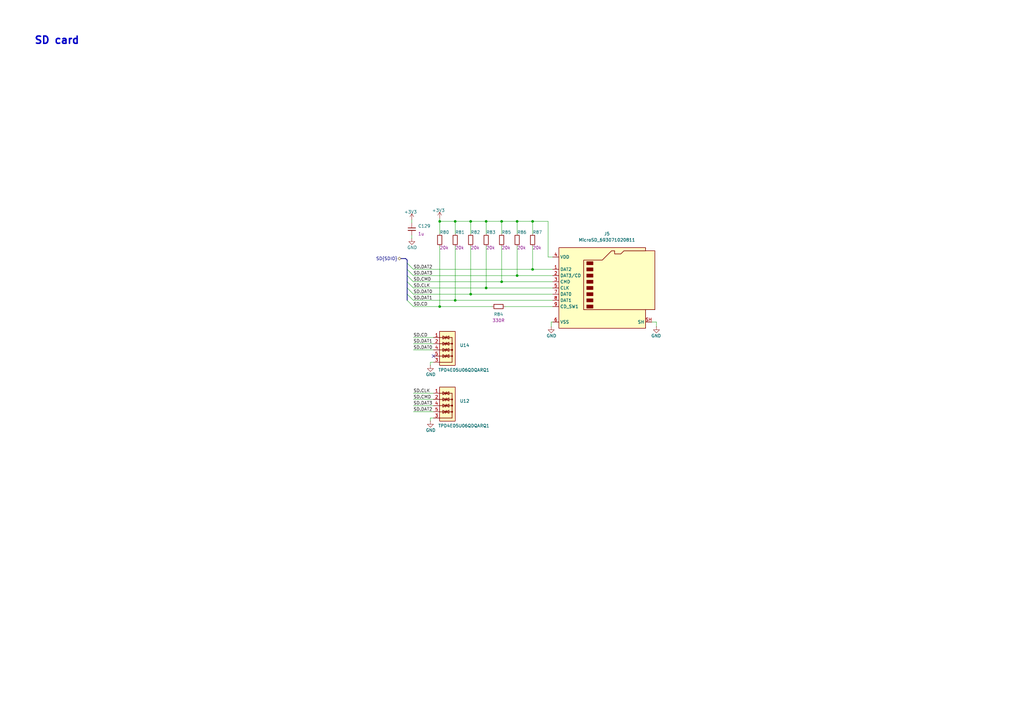
<source format=kicad_sch>
(kicad_sch (version 20230121) (generator eeschema)
  (paper "A3")
  (title_block (title "SO-DIMM DDR5 Tester") (date "2024-04-23") (rev "1.2.0") (comment 1 "www.antmicro.com") (comment 2 "Antmicro Ltd"))
  (lib_symbols
    (symbol "antmicroCapacitors0402:C_1u_0402" (pin_numbers hide) (pin_names hide)
      (property "Reference" "C" (at 20.32 -5.08 0))
      (property "Val" "1u" (at 20.32 -7.62 0))
      (symbol "C_1u_0402_0_1"
        (polyline (pts (xy 2.032 -1.524) (xy 2.032 1.524)) (stroke (width 0.3048)))
        (polyline (pts (xy 3.048 -1.524) (xy 3.048 1.524)) (stroke (width 0.3302)))
      )
      (symbol "C_1u_0402_1_1"
        (pin passive line (at 0 0 0) (length 2.032) (name "~") (number "1"))
        (pin passive line (at 5.08 0 180) (length 2.032) (name "~") (number "2"))
      )
    )
    (symbol "antmicroMemoryConnectorsPCCardSockets:MicroSD_693071020811"
      (property "Reference" "J" (at 55.88 -2.54 0))
      (property "Value" "MicroSD_693071020811" (at 55.88 -5.08 0))
      (symbol "MicroSD_693071020811_1_1"
        (polyline (pts (xy 38.1 2.54) (xy 38.1 3.81) (xy 2.54 3.81) (xy 2.54 -29.21) (xy 38.1 -29.21) (xy 38.1 -21.59)) (stroke (width 0.254)) (fill (type background)))
        (polyline (pts (xy 12.7 -21.59) (xy 12.7 -1.27) (xy 20.32 -1.27) (xy 24.13 2.54) (xy 25.4 2.54) (xy 25.4 1.27) (xy 27.94 1.27) (xy 29.21 2.54) (xy 41.91 2.54) (xy 41.91 -21.59) (xy 12.7 -21.59)) (stroke (width 0.254)) (fill (type background)))
        (rectangle (start 13.97 -19.685) (end 16.51 -20.955) (stroke (width 0.254)) (fill (type outline)))
        (rectangle (start 13.97 -17.145) (end 16.51 -18.415) (stroke (width 0.254)) (fill (type outline)))
        (rectangle (start 13.97 -14.605) (end 16.51 -15.875) (stroke (width 0.254)) (fill (type outline)))
        (rectangle (start 13.97 -12.065) (end 16.51 -13.335) (stroke (width 0.254)) (fill (type outline)))
        (rectangle (start 13.97 -9.525) (end 16.51 -10.795) (stroke (width 0.254)) (fill (type outline)))
        (rectangle (start 13.97 -6.985) (end 16.51 -8.255) (stroke (width 0.254)) (fill (type outline)))
        (rectangle (start 13.97 -4.445) (end 16.51 -5.715) (stroke (width 0.254)) (fill (type outline)))
        (rectangle (start 13.97 -1.905) (end 16.51 -3.175) (stroke (width 0.254)) (fill (type outline)))
        (pin bidirectional line (at 0 -5.08 0) (length 2.54) (name "DAT2") (number "1"))
        (pin bidirectional line (at 0 -7.62 0) (length 2.54) (name "DAT3/CD") (number "2"))
        (pin input line (at 0 -10.16 0) (length 2.54) (name "CMD") (number "3"))
        (pin power_in line (at 0 0 0) (length 2.54) (name "VDD") (number "4"))
        (pin input line (at 0 -12.7 0) (length 2.54) (name "CLK") (number "5"))
        (pin passive line (at 0 -26.67 0) (length 2.54) (name "VSS") (number "6"))
        (pin input line (at 0 -15.24 0) (length 2.54) (name "DAT0") (number "7"))
        (pin input line (at 0 -17.78 0) (length 2.54) (name "DAT1") (number "8"))
        (pin passive line (at 0 -20.32 0) (length 2.54) (name "CD_SW1") (number "9"))
        (pin passive line (at 40.64 -26.67 180) (length 2.54) (name "SH") (number "SH"))
      )
    )
    (symbol "antmicroResistors0402:R_20k_0402" (pin_numbers hide) (pin_names hide)
      (property "Reference" "R" (at 20.32 -5.08 0))
      (property "Val" "20k" (at 20.32 -7.62 0))
      (symbol "R_20k_0402_0_1"
        (rectangle (start 0.635 0.889) (end 4.445 -0.889) (stroke (width 0.254)))
      )
      (symbol "R_20k_0402_1_1"
        (pin passive line (at 0 0 0) (length 0.635) (name "~") (number "1"))
        (pin passive line (at 5.08 0 180) (length 0.635) (name "~") (number "2"))
      )
    )
    (symbol "antmicroResistors0402:R_330R_0402" (pin_numbers hide) (pin_names hide)
      (property "Reference" "R" (at 20.32 -5.08 0))
      (property "Val" "330R" (at 20.32 -7.62 0))
      (symbol "R_330R_0402_0_1"
        (rectangle (start 0.635 0.889) (end 4.445 -0.889) (stroke (width 0.254)))
      )
      (symbol "R_330R_0402_1_1"
        (pin passive line (at 0 0 0) (length 0.635) (name "~") (number "1"))
        (pin passive line (at 5.08 0 180) (length 0.635) (name "~") (number "2"))
      )
    )
    (symbol "antmicroTVSDiodes:TPD4E05U06QDQARQ1"
      (property "Reference" "U" (at 24.13 0 0))
      (property "Value" "TPD4E05U06QDQARQ1" (at 24.13 -2.54 0))
      (symbol "TPD4E05U06QDQARQ1_1_1"
        (polyline (pts (xy 2.54 -7.62) (xy 7.62 -7.62)) (stroke (width 0.254)) (fill (type background)))
        (polyline (pts (xy 2.54 -5.08) (xy 7.62 -5.08)) (stroke (width 0.254)) (fill (type background)))
        (polyline (pts (xy 2.54 -2.54) (xy 7.62 -2.54)) (stroke (width 0.254)) (fill (type background)))
        (polyline (pts (xy 2.54 0) (xy 7.62 0)) (stroke (width 0.254)) (fill (type background)))
        (polyline (pts (xy 7.62 -10.16) (xy 2.54 -10.16)) (stroke (width 0.254)) (fill (type background)))
        (polyline (pts (xy 7.62 0) (xy 7.62 -10.16)) (stroke (width 0.254)) (fill (type background)))
        (polyline (pts (xy 4.826 -8.255) (xy 5.08 -8.001) (xy 5.08 -7.239) (xy 5.334 -6.985)) (stroke (width 0.254)) (fill (type background)))
        (polyline (pts (xy 4.826 -5.715) (xy 5.08 -5.461) (xy 5.08 -4.699) (xy 5.334 -4.445)) (stroke (width 0.254)) (fill (type background)))
        (polyline (pts (xy 4.826 -3.175) (xy 5.08 -2.921) (xy 5.08 -2.159) (xy 5.334 -1.905)) (stroke (width 0.254)) (fill (type background)))
        (polyline (pts (xy 4.826 -0.635) (xy 5.08 -0.381) (xy 5.08 0.381) (xy 5.334 0.635)) (stroke (width 0.254)) (fill (type background)))
        (polyline (pts (xy 5.08 -7.62) (xy 3.81 -8.255) (xy 3.81 -6.985) (xy 5.08 -7.62)) (stroke (width 0.254)) (fill (type background)))
        (polyline (pts (xy 5.08 -5.08) (xy 3.81 -5.715) (xy 3.81 -4.445) (xy 5.08 -5.08)) (stroke (width 0.254)) (fill (type background)))
        (polyline (pts (xy 5.08 -5.08) (xy 6.35 -4.445) (xy 6.35 -5.715) (xy 5.08 -5.08)) (stroke (width 0.254)) (fill (type background)))
        (polyline (pts (xy 5.08 -2.54) (xy 3.81 -3.175) (xy 3.81 -1.905) (xy 5.08 -2.54)) (stroke (width 0.254)) (fill (type background)))
        (polyline (pts (xy 5.08 -2.54) (xy 6.35 -3.175) (xy 6.35 -1.905) (xy 5.08 -2.54)) (stroke (width 0.254)) (fill (type background)))
        (polyline (pts (xy 5.08 0) (xy 3.81 -0.635) (xy 3.81 0.635) (xy 5.08 0)) (stroke (width 0.254)) (fill (type background)))
        (polyline (pts (xy 5.08 0) (xy 6.35 -0.635) (xy 6.35 0.635) (xy 5.08 0)) (stroke (width 0.254)) (fill (type background)))
        (polyline (pts (xy 6.35 -6.985) (xy 6.35 -8.255) (xy 5.08 -7.62) (xy 6.35 -6.985)) (stroke (width 0.254)) (fill (type background)))
        (rectangle (start 2.54 2.54) (end 8.89 -11.43) (stroke (width 0.254)) (fill (type background)))
        (circle (center 7.62 -7.62) (radius 0.254) (stroke (width 0.254)) (fill (type background)))
        (circle (center 7.62 -5.08) (radius 0.254) (stroke (width 0.254)) (fill (type background)))
        (circle (center 7.62 -5.08) (radius 0.254) (stroke (width 0.254)) (fill (type background)))
        (circle (center 7.62 -2.54) (radius 0.254) (stroke (width 0.254)) (fill (type background)))
        (pin passive line (at 0 0 0) (length 2.54) (name "~") (number "1"))
        (pin passive line (at 0 0 0) (length 2.54) hide (name "~") (number "10"))
        (pin passive line (at 0 -2.54 0) (length 2.54) (name "~") (number "2"))
        (pin power_in line (at 0 -10.16 0) (length 2.54) (name "~") (number "3"))
        (pin passive line (at 0 -5.08 0) (length 2.54) (name "~") (number "4"))
        (pin passive line (at 0 -7.62 0) (length 2.54) (name "~") (number "5"))
        (pin passive line (at 0 -7.62 0) (length 2.54) hide (name "~") (number "6"))
        (pin passive line (at 0 -5.08 0) (length 2.54) hide (name "~") (number "7"))
        (pin passive line (at 0 -10.16 0) (length 2.54) hide (name "~") (number "8"))
        (pin passive line (at 0 -2.54 0) (length 2.54) hide (name "~") (number "9"))
      )
    )
    (symbol "antmicropower:+3V3" (power) (pin_numbers hide) (pin_names hide)
      (property "Value" "+3V3" (at -3.175 2.54 0))
      (symbol "+3V3_0_1"
        (polyline (pts (xy 0 0) (xy 0 2.54)))
        (polyline (pts (xy 0 2.54) (xy -0.762 1.27)))
        (polyline (pts (xy 0 2.54) (xy 0.762 1.27)))
      )
      (symbol "+3V3_1_1"
        (pin power_in line (at 0 0 90) (length 0) hide (name "+3V3") (number "1"))
      )
    )
    (symbol "antmicropower:GND" (power) (pin_numbers hide) (pin_names hide)
      (property "Value" "GND" (at -1.905 -4.445 0))
      (symbol "GND_1_1"
        (polyline (pts (xy 0 0) (xy 0 -1.27) (xy 1.27 -1.27) (xy 0 -2.54) (xy -1.27 -1.27) (xy 0 -1.27)))
        (pin power_in line (at 0 0 270) (length 0) (name "GND") (number "1"))
      )
    )
  )
  (junction (at 180.34 90.805))
  (junction (at 199.39 90.805))
  (junction (at 218.44 90.805))
  (junction (at 193.04 120.65))
  (junction (at 186.69 90.805))
  (junction (at 212.09 90.805))
  (junction (at 212.09 113.03))
  (junction (at 180.34 125.73))
  (junction (at 218.44 110.49))
  (junction (at 199.39 118.11))
  (junction (at 186.69 123.19))
  (junction (at 205.74 115.57))
  (junction (at 193.04 90.805))
  (junction (at 205.74 90.805))
  (no_connect (at 177.8 146.05))
  (bus_entry (at 169.545 113.03) (size -2.54 -2.54))
  (bus_entry (at 169.545 125.73) (size -2.54 -2.54))
  (bus_entry (at 169.545 110.49) (size -2.54 -2.54))
  (bus_entry (at 169.545 123.19) (size -2.54 -2.54))
  (bus_entry (at 169.545 118.11) (size -2.54 -2.54))
  (bus_entry (at 169.545 115.57) (size -2.54 -2.54))
  (bus_entry (at 169.545 120.65) (size -2.54 -2.54))
  (wire (pts (xy 180.34 89.535) (xy 180.34 90.805)))
  (wire (pts (xy 224.79 105.41) (xy 226.695 105.41)))
  (wire (pts (xy 218.44 110.49) (xy 226.695 110.49)))
  (wire (pts (xy 193.04 95.885) (xy 193.04 90.805)))
  (wire (pts (xy 180.34 125.73) (xy 201.93 125.73)))
  (wire (pts (xy 180.34 100.965) (xy 180.34 125.73)))
  (wire (pts (xy 199.39 100.965) (xy 199.39 118.11)))
  (wire (pts (xy 169.545 115.57) (xy 205.74 115.57)))
  (bus (pts (xy 167.005 107.95) (xy 167.005 110.49)))
  (bus (pts (xy 167.005 115.57) (xy 167.005 118.11)))
  (wire (pts (xy 168.91 96.52) (xy 168.91 97.79)))
  (wire (pts (xy 169.545 166.37) (xy 177.8 166.37)))
  (wire (pts (xy 205.74 115.57) (xy 226.695 115.57)))
  (bus (pts (xy 167.005 118.11) (xy 167.005 120.65)))
  (wire (pts (xy 193.04 100.965) (xy 193.04 120.65)))
  (wire (pts (xy 199.39 118.11) (xy 226.695 118.11)))
  (wire (pts (xy 177.8 171.45) (xy 176.53 171.45)))
  (wire (pts (xy 226.695 125.73) (xy 207.01 125.73)))
  (wire (pts (xy 169.545 120.65) (xy 193.04 120.65)))
  (wire (pts (xy 169.545 163.83) (xy 177.8 163.83)))
  (wire (pts (xy 205.74 100.965) (xy 205.74 115.57)))
  (wire (pts (xy 169.545 140.97) (xy 177.8 140.97)))
  (wire (pts (xy 212.09 95.885) (xy 212.09 90.805)))
  (wire (pts (xy 205.74 95.885) (xy 205.74 90.805)))
  (wire (pts (xy 226.06 132.08) (xy 226.695 132.08)))
  (bus (pts (xy 164.465 106.045) (xy 166.37 106.045)))
  (wire (pts (xy 180.34 90.805) (xy 186.69 90.805)))
  (wire (pts (xy 218.44 100.965) (xy 218.44 110.49)))
  (wire (pts (xy 193.04 120.65) (xy 226.695 120.65)))
  (wire (pts (xy 169.545 138.43) (xy 177.8 138.43)))
  (wire (pts (xy 168.91 91.44) (xy 168.91 90.17)))
  (wire (pts (xy 180.34 90.805) (xy 180.34 95.885)))
  (wire (pts (xy 199.39 95.885) (xy 199.39 90.805)))
  (wire (pts (xy 269.24 132.08) (xy 267.335 132.08)))
  (wire (pts (xy 169.545 110.49) (xy 218.44 110.49)))
  (wire (pts (xy 186.69 95.885) (xy 186.69 90.805)))
  (wire (pts (xy 169.545 143.51) (xy 177.8 143.51)))
  (wire (pts (xy 269.24 133.985) (xy 269.24 132.08)))
  (wire (pts (xy 199.39 90.805) (xy 205.74 90.805)))
  (wire (pts (xy 169.545 125.73) (xy 180.34 125.73)))
  (wire (pts (xy 177.8 148.59) (xy 176.53 148.59)))
  (wire (pts (xy 205.74 90.805) (xy 212.09 90.805)))
  (wire (pts (xy 193.04 90.805) (xy 199.39 90.805)))
  (wire (pts (xy 212.09 90.805) (xy 218.44 90.805)))
  (wire (pts (xy 186.69 100.965) (xy 186.69 123.19)))
  (bus (pts (xy 167.005 120.65) (xy 167.005 123.19)))
  (bus (pts (xy 167.005 113.03) (xy 167.005 115.57)))
  (wire (pts (xy 169.545 123.19) (xy 186.69 123.19)))
  (wire (pts (xy 169.545 113.03) (xy 212.09 113.03)))
  (wire (pts (xy 176.53 148.59) (xy 176.53 149.86)))
  (wire (pts (xy 218.44 90.805) (xy 224.79 90.805)))
  (wire (pts (xy 169.545 118.11) (xy 199.39 118.11)))
  (wire (pts (xy 186.69 90.805) (xy 193.04 90.805)))
  (wire (pts (xy 169.545 161.29) (xy 177.8 161.29)))
  (wire (pts (xy 224.79 90.805) (xy 224.79 105.41)))
  (wire (pts (xy 176.53 171.45) (xy 176.53 172.72)))
  (wire (pts (xy 212.09 100.965) (xy 212.09 113.03)))
  (wire (pts (xy 169.545 168.91) (xy 177.8 168.91)))
  (wire (pts (xy 226.06 133.985) (xy 226.06 132.08)))
  (bus (pts (xy 166.37 106.045) (xy 167.005 106.68)))
  (wire (pts (xy 212.09 113.03) (xy 226.695 113.03)))
  (bus (pts (xy 167.005 110.49) (xy 167.005 113.03)))
  (wire (pts (xy 186.69 123.19) (xy 226.695 123.19)))
  (bus (pts (xy 167.005 106.68) (xy 167.005 107.95)))
  (wire (pts (xy 218.44 95.885) (xy 218.44 90.805)))
  (text "SD card" (at 13.97 18.415 0) (effects (font (size 2.9972 2.9972) (thickness 0.5994) bold) (justify left bottom)))
  (label "SD.DAT2" (at 169.545 168.91 0))
  (label "SD.DAT3" (at 169.545 113.03 0))
  (label "SD.CMD" (at 169.545 115.57 0))
  (label "SD.DAT2" (at 169.545 110.49 0))
  (label "SD.CD" (at 169.545 125.73 0))
  (label "SD.DAT0" (at 169.545 143.51 0))
  (label "SD.CD" (at 169.545 138.43 0))
  (label "SD.DAT1" (at 169.545 123.19 0))
  (label "SD.DAT0" (at 169.545 120.65 0))
  (label "SD.DAT1" (at 169.545 140.97 0))
  (label "SD.CLK" (at 169.545 161.29 0))
  (label "SD.CLK" (at 169.545 118.11 0))
  (label "SD.DAT3" (at 169.545 166.37 0))
  (label "SD.CMD" (at 169.545 163.83 0))
  (hierarchical_label "SD{SDIO}" (shape bidirectional) (at 164.465 106.045 180))
  (symbol (lib_id "antmicroResistors0402:R_20k_0402") (at 212.09 95.885 270) (unit 1)
    (property "Reference" "R86" (at 212.09 95.25 90) (effects (justify left)))
    (property "Value" "R_20k_0402" (effects hide))
    (property "Footprint" "antmicro-footprints:R_0402_1005Metric" (effects hide))
    (property "Datasheet" "https://www.bourns.com/docs/product-datasheets/cr.pdf" (effects hide))
    (property "Manufacturer" "Bourns" (effects hide))
    (property "MPN" "CR0402-FX-2002GLF" (effects hide))
    (property "Val" "20k" (at 212.09 101.6 90) (effects (justify left)))
    (property "License" "Apache-2.0" (effects hide))
    (property "Author" "Antmicro" (effects hide))
    (property "Tolerance" "1%" (effects hide))
  )
  (symbol (lib_id "antmicropower:GND") (at 226.06 133.985 0) (unit 1)
    (property "Reference" "#PWR0224" (effects hide))
    (property "Value" "GND" (at 224.155 138.43 0) (effects (justify left bottom)))
    (property "Author" "Antmicro" (effects hide))
    (property "License" "Apache-2.0" (effects hide))
  )
  (symbol (lib_id "antmicropower:GND") (at 168.91 97.79 0) (unit 1)
    (property "Reference" "#PWR0217" (effects hide))
    (property "Value" "GND" (at 167.005 102.235 0) (effects (justify left bottom)))
    (property "Author" "Antmicro" (effects hide))
    (property "License" "Apache-2.0" (effects hide))
  )
  (symbol (lib_id "antmicroResistors0402:R_20k_0402") (at 193.04 95.885 270) (unit 1)
    (property "Reference" "R82" (at 193.04 95.25 90) (effects (justify left)))
    (property "Value" "R_20k_0402" (effects hide))
    (property "Footprint" "antmicro-footprints:R_0402_1005Metric" (effects hide))
    (property "Datasheet" "https://www.bourns.com/docs/product-datasheets/cr.pdf" (effects hide))
    (property "Manufacturer" "Bourns" (effects hide))
    (property "MPN" "CR0402-FX-2002GLF" (effects hide))
    (property "Val" "20k" (at 193.04 101.6 90) (effects (justify left)))
    (property "License" "Apache-2.0" (effects hide))
    (property "Author" "Antmicro" (effects hide))
    (property "Tolerance" "1%" (effects hide))
  )
  (symbol (lib_id "antmicroResistors0402:R_20k_0402") (at 180.34 95.885 270) (unit 1)
    (property "Reference" "R80" (at 180.34 95.25 90) (effects (justify left)))
    (property "Value" "R_20k_0402" (effects hide))
    (property "Footprint" "antmicro-footprints:R_0402_1005Metric" (effects hide))
    (property "Datasheet" "https://www.bourns.com/docs/product-datasheets/cr.pdf" (effects hide))
    (property "Manufacturer" "Bourns" (effects hide))
    (property "MPN" "CR0402-FX-2002GLF" (effects hide))
    (property "Val" "20k" (at 180.34 101.6 90) (effects (justify left)))
    (property "License" "Apache-2.0" (effects hide))
    (property "Author" "Antmicro" (effects hide))
    (property "Tolerance" "1%" (effects hide))
  )
  (symbol (lib_id "antmicroCapacitors0402:C_1u_0402") (at 168.91 91.44 270) (unit 1)
    (property "Reference" "C129" (at 171.45 92.7163 90) (effects (justify left)))
    (property "Value" "C_1u_0402" (effects hide))
    (property "Footprint" "antmicro-footprints:C_0402_1005Metric" (effects hide))
    (property "Datasheet" "https://product.tdk.com/en/search/capacitor/ceramic/mlcc/info?part_no=C1005X6S1A105K050BC" (effects hide))
    (property "Manufacturer" "TDK" (effects hide))
    (property "MPN" "C1005X6S1A105K050BC" (effects hide))
    (property "Val" "1u" (at 171.45 95.8912 90) (effects (justify left)))
    (property "License" "Apache-2.0" (effects hide))
    (property "Author" "Antmicro" (effects hide))
  )
  (symbol (lib_id "antmicroResistors0402:R_20k_0402") (at 205.74 95.885 270) (unit 1)
    (property "Reference" "R85" (at 205.74 95.25 90) (effects (justify left)))
    (property "Value" "R_20k_0402" (effects hide))
    (property "Footprint" "antmicro-footprints:R_0402_1005Metric" (effects hide))
    (property "Datasheet" "https://www.bourns.com/docs/product-datasheets/cr.pdf" (effects hide))
    (property "Manufacturer" "Bourns" (effects hide))
    (property "MPN" "CR0402-FX-2002GLF" (effects hide))
    (property "Val" "20k" (at 205.74 101.6 90) (effects (justify left)))
    (property "License" "Apache-2.0" (effects hide))
    (property "Author" "Antmicro" (effects hide))
    (property "Tolerance" "1%" (effects hide))
  )
  (symbol (lib_id "antmicropower:GND") (at 269.24 133.985 0) (mirror y) (unit 1)
    (property "Reference" "#PWR0233" (effects hide))
    (property "Value" "GND" (at 271.145 138.43 0) (effects (justify left bottom)))
    (property "Author" "Antmicro" (effects hide))
    (property "License" "Apache-2.0" (effects hide))
  )
  (symbol (lib_id "antmicroResistors0402:R_20k_0402") (at 186.69 95.885 270) (unit 1)
    (property "Reference" "R81" (at 186.69 95.25 90) (effects (justify left)))
    (property "Value" "R_20k_0402" (effects hide))
    (property "Footprint" "antmicro-footprints:R_0402_1005Metric" (effects hide))
    (property "Datasheet" "https://www.bourns.com/docs/product-datasheets/cr.pdf" (effects hide))
    (property "Manufacturer" "Bourns" (effects hide))
    (property "MPN" "CR0402-FX-2002GLF" (effects hide))
    (property "Val" "20k" (at 186.69 101.6 90) (effects (justify left)))
    (property "License" "Apache-2.0" (effects hide))
    (property "Author" "Antmicro" (effects hide))
    (property "Tolerance" "1%" (effects hide))
  )
  (symbol (lib_id "antmicroTVSDiodes:TPD4E05U06QDQARQ1") (at 177.8 161.29 0) (unit 1)
    (property "Reference" "U12" (at 188.595 164.4649 0) (effects (justify left)))
    (property "Value" "TPD4E05U06QDQARQ1" (at 179.705 174.625 0) (effects (justify left)))
    (property "Footprint" "antmicro-footprints:USON-10_2.5x1mm_P0.5mm" (effects hide))
    (property "Datasheet" "https://www.ti.com/lit/ds/symlink/tpd4e05u06-q1.pdf?HQS=dis-mous-null-mousermode-dsf-pf-null-wwe&ts=1663591265741&ref_url=https%253A%252F%252Fwww.mouser.com%252F" (effects hide))
    (property "Manufacturer" "Texas Instruments" (effects hide))
    (property "MPN" "TPD4E05U06QDQARQ1" (effects hide))
    (property "Author" "Antmicro" (effects hide))
    (property "License" "Apache-2.0" (effects hide))
  )
  (symbol (lib_id "antmicroResistors0402:R_20k_0402") (at 199.39 95.885 270) (unit 1)
    (property "Reference" "R83" (at 199.39 95.25 90) (effects (justify left)))
    (property "Value" "R_20k_0402" (effects hide))
    (property "Footprint" "antmicro-footprints:R_0402_1005Metric" (effects hide))
    (property "Datasheet" "https://www.bourns.com/docs/product-datasheets/cr.pdf" (effects hide))
    (property "Manufacturer" "Bourns" (effects hide))
    (property "MPN" "CR0402-FX-2002GLF" (effects hide))
    (property "Val" "20k" (at 199.39 101.6 90) (effects (justify left)))
    (property "License" "Apache-2.0" (effects hide))
    (property "Author" "Antmicro" (effects hide))
    (property "Tolerance" "1%" (effects hide))
  )
  (symbol (lib_id "antmicroResistors0402:R_20k_0402") (at 218.44 95.885 270) (unit 1)
    (property "Reference" "R87" (at 218.44 95.25 90) (effects (justify left)))
    (property "Value" "R_20k_0402" (effects hide))
    (property "Footprint" "antmicro-footprints:R_0402_1005Metric" (effects hide))
    (property "Datasheet" "https://www.bourns.com/docs/product-datasheets/cr.pdf" (effects hide))
    (property "Manufacturer" "Bourns" (effects hide))
    (property "MPN" "CR0402-FX-2002GLF" (effects hide))
    (property "Val" "20k" (at 218.44 101.6 90) (effects (justify left)))
    (property "License" "Apache-2.0" (effects hide))
    (property "Author" "Antmicro" (effects hide))
    (property "Tolerance" "1%" (effects hide))
  )
  (symbol (lib_id "antmicroResistors0402:R_330R_0402") (at 201.93 125.73 0) (unit 1)
    (property "Reference" "R84" (at 204.47 128.905 0))
    (property "Value" "R_330R_0402" (effects hide))
    (property "Footprint" "antmicro-footprints:R_0402_1005Metric" (effects hide))
    (property "Datasheet" "https://www.bourns.com/docs/product-datasheets/cr.pdf" (effects hide))
    (property "Manufacturer" "Bourns" (effects hide))
    (property "MPN" "CR0402-FX-3300GLF" (effects hide))
    (property "Val" "330R" (at 204.47 131.445 0))
    (property "License" "Apache-2.0" (effects hide))
    (property "Author" "Antmicro" (effects hide))
    (property "Tolerance" "1%" (effects hide))
  )
  (symbol (lib_id "antmicropower:+3V3") (at 168.91 90.17 0) (unit 1)
    (property "Reference" "#PWR0216" (effects hide))
    (property "Value" "+3V3" (at 165.735 87.63 0) (effects (justify left bottom)))
    (property "Author" "Antmicro" (effects hide))
    (property "License" "Apache-2.0" (effects hide))
  )
  (symbol (lib_id "antmicroTVSDiodes:TPD4E05U06QDQARQ1") (at 177.8 138.43 0) (unit 1)
    (property "Reference" "U14" (at 188.595 141.6049 0) (effects (justify left)))
    (property "Value" "TPD4E05U06QDQARQ1" (at 179.705 151.765 0) (effects (justify left)))
    (property "Footprint" "antmicro-footprints:USON-10_2.5x1mm_P0.5mm" (effects hide))
    (property "Datasheet" "https://www.ti.com/lit/ds/symlink/tpd4e05u06-q1.pdf?HQS=dis-mous-null-mousermode-dsf-pf-null-wwe&ts=1663591265741&ref_url=https%253A%252F%252Fwww.mouser.com%252F" (effects hide))
    (property "Manufacturer" "Texas Instruments" (effects hide))
    (property "MPN" "TPD4E05U06QDQARQ1" (effects hide))
    (property "Author" "Antmicro" (effects hide))
    (property "License" "Apache-2.0" (effects hide))
  )
  (symbol (lib_id "antmicroMemoryConnectorsPCCardSockets:MicroSD_693071020811") (at 226.695 105.41 0) (unit 1)
    (property "Reference" "J5" (at 248.92 95.885 0))
    (property "Value" "MicroSD_693071020811" (at 248.92 98.425 0))
    (property "Footprint" "antmicro-footprints:MicroSD_Wurth_693071020811" (effects hide))
    (property "Datasheet" "https://www.we-online.com/catalog/datasheet/693071020811.pdf" (effects hide))
    (property "Manufacturer" "Würth Elektronik" (effects hide))
    (property "MPN" "693071020811" (effects hide))
    (property "Author" "Antmicro" (effects hide))
    (property "License" "Apache-2.0" (effects hide))
  )
  (symbol (lib_id "antmicropower:+3V3") (at 180.34 89.535 0) (unit 1)
    (property "Reference" "#PWR0218" (effects hide))
    (property "Value" "+3V3" (at 177.165 86.995 0) (effects (justify left bottom)))
    (property "Author" "Antmicro" (effects hide))
    (property "License" "Apache-2.0" (effects hide))
  )
  (symbol (lib_id "antmicropower:GND") (at 176.53 149.86 0) (unit 1)
    (property "Reference" "#PWR0228" (effects hide))
    (property "Value" "GND" (at 174.625 154.305 0) (effects (justify left bottom)))
    (property "Author" "Antmicro" (effects hide))
    (property "License" "Apache-2.0" (effects hide))
  )
  (symbol (lib_id "antmicropower:GND") (at 176.53 172.72 0) (unit 1)
    (property "Reference" "#PWR0221" (effects hide))
    (property "Value" "GND" (at 174.625 177.165 0) (effects (justify left bottom)))
    (property "Author" "Antmicro" (effects hide))
    (property "License" "Apache-2.0" (effects hide))
  )
)
</source>
